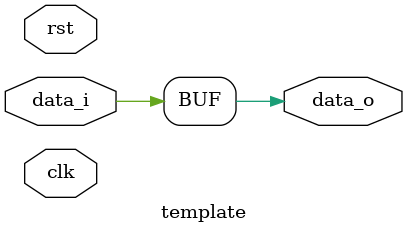
<source format=v>
module template (
  input  clk,
  input  rst,
  input  data_i,
  output data_o
);

  assign data_o = data_i; 

endmodule : template


</source>
